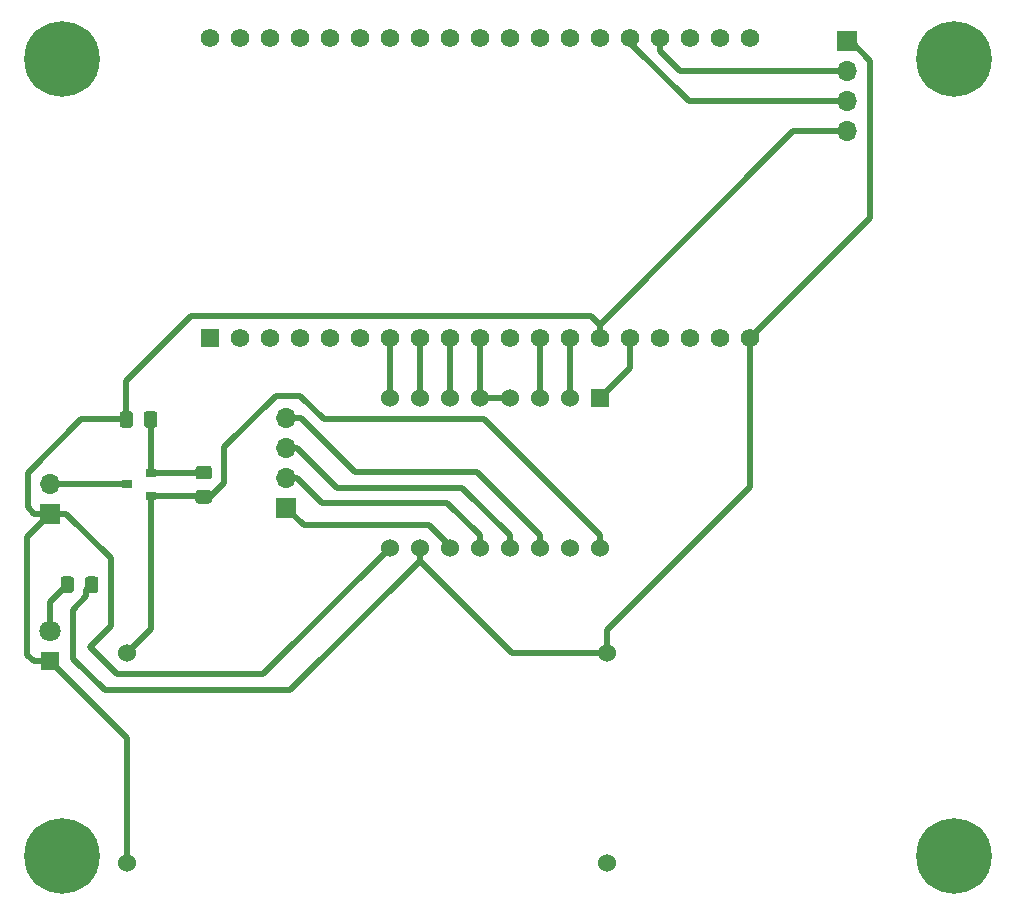
<source format=gbr>
G04 #@! TF.GenerationSoftware,KiCad,Pcbnew,5.1.6-c6e7f7d~87~ubuntu20.04.1*
G04 #@! TF.CreationDate,2020-09-19T22:30:09+02:00*
G04 #@! TF.ProjectId,ESP32Focuser,45535033-3246-46f6-9375-7365722e6b69,rev?*
G04 #@! TF.SameCoordinates,Original*
G04 #@! TF.FileFunction,Copper,L2,Bot*
G04 #@! TF.FilePolarity,Positive*
%FSLAX46Y46*%
G04 Gerber Fmt 4.6, Leading zero omitted, Abs format (unit mm)*
G04 Created by KiCad (PCBNEW 5.1.6-c6e7f7d~87~ubuntu20.04.1) date 2020-09-19 22:30:09*
%MOMM*%
%LPD*%
G01*
G04 APERTURE LIST*
G04 #@! TA.AperFunction,ComponentPad*
%ADD10C,1.800000*%
G04 #@! TD*
G04 #@! TA.AperFunction,ComponentPad*
%ADD11R,1.600000X1.600000*%
G04 #@! TD*
G04 #@! TA.AperFunction,ComponentPad*
%ADD12R,1.524000X1.524000*%
G04 #@! TD*
G04 #@! TA.AperFunction,ComponentPad*
%ADD13C,1.524000*%
G04 #@! TD*
G04 #@! TA.AperFunction,ComponentPad*
%ADD14R,1.700000X1.700000*%
G04 #@! TD*
G04 #@! TA.AperFunction,ComponentPad*
%ADD15O,1.700000X1.700000*%
G04 #@! TD*
G04 #@! TA.AperFunction,ComponentPad*
%ADD16R,1.560000X1.560000*%
G04 #@! TD*
G04 #@! TA.AperFunction,ComponentPad*
%ADD17C,1.560000*%
G04 #@! TD*
G04 #@! TA.AperFunction,SMDPad,CuDef*
%ADD18R,0.900000X0.800000*%
G04 #@! TD*
G04 #@! TA.AperFunction,ComponentPad*
%ADD19C,6.400000*%
G04 #@! TD*
G04 #@! TA.AperFunction,Conductor*
%ADD20C,0.500000*%
G04 #@! TD*
G04 APERTURE END LIST*
D10*
X20780000Y-79470000D03*
D11*
X20780000Y-82010000D03*
D12*
X67310000Y-59690000D03*
D13*
X64770000Y-59690000D03*
X62230000Y-59690000D03*
X59690000Y-59690000D03*
X57150000Y-59690000D03*
X54610000Y-59690000D03*
X52070000Y-59690000D03*
X49530000Y-59690000D03*
X49530000Y-72390000D03*
X52070000Y-72390000D03*
X54610000Y-72390000D03*
X57150000Y-72390000D03*
X59690000Y-72390000D03*
X62230000Y-72390000D03*
X64770000Y-72390000D03*
X67310000Y-72390000D03*
X27280000Y-81280000D03*
X27280000Y-99060000D03*
X67920000Y-99060000D03*
X67920000Y-81280000D03*
D14*
X88280000Y-29510000D03*
D15*
X88280000Y-32050000D03*
X88280000Y-34590000D03*
X88280000Y-37130000D03*
G04 #@! TA.AperFunction,SMDPad,CuDef*
G36*
G01*
X34230001Y-66585000D02*
X33329999Y-66585000D01*
G75*
G02*
X33080000Y-66335001I0J249999D01*
G01*
X33080000Y-65684999D01*
G75*
G02*
X33329999Y-65435000I249999J0D01*
G01*
X34230001Y-65435000D01*
G75*
G02*
X34480000Y-65684999I0J-249999D01*
G01*
X34480000Y-66335001D01*
G75*
G02*
X34230001Y-66585000I-249999J0D01*
G01*
G37*
G04 #@! TD.AperFunction*
G04 #@! TA.AperFunction,SMDPad,CuDef*
G36*
G01*
X34230001Y-68635000D02*
X33329999Y-68635000D01*
G75*
G02*
X33080000Y-68385001I0J249999D01*
G01*
X33080000Y-67734999D01*
G75*
G02*
X33329999Y-67485000I249999J0D01*
G01*
X34230001Y-67485000D01*
G75*
G02*
X34480000Y-67734999I0J-249999D01*
G01*
X34480000Y-68385001D01*
G75*
G02*
X34230001Y-68635000I-249999J0D01*
G01*
G37*
G04 #@! TD.AperFunction*
D16*
X34290000Y-54610000D03*
D17*
X36830000Y-54610000D03*
X80010000Y-54610000D03*
X39370000Y-54610000D03*
X41910000Y-54610000D03*
X44450000Y-54610000D03*
X46990000Y-54610000D03*
X49530000Y-54610000D03*
X52070000Y-54610000D03*
X54610000Y-54610000D03*
X57150000Y-54610000D03*
X59690000Y-54610000D03*
X62230000Y-54610000D03*
X64770000Y-54610000D03*
X67310000Y-54610000D03*
X69850000Y-54610000D03*
X72390000Y-54610000D03*
X74930000Y-54610000D03*
X77470000Y-54610000D03*
X34290000Y-29210000D03*
X36830000Y-29210000D03*
X39370000Y-29210000D03*
X41910000Y-29210000D03*
X44450000Y-29210000D03*
X46990000Y-29210000D03*
X49530000Y-29210000D03*
X52070000Y-29210000D03*
X54610000Y-29210000D03*
X57150000Y-29210000D03*
X59690000Y-29210000D03*
X62230000Y-29210000D03*
X64770000Y-29210000D03*
X67310000Y-29210000D03*
X69850000Y-29210000D03*
X72390000Y-29210000D03*
X74930000Y-29210000D03*
X77470000Y-29210000D03*
X80010000Y-29210000D03*
G04 #@! TA.AperFunction,SMDPad,CuDef*
G36*
G01*
X23705000Y-75960001D02*
X23705000Y-75059999D01*
G75*
G02*
X23954999Y-74810000I249999J0D01*
G01*
X24605001Y-74810000D01*
G75*
G02*
X24855000Y-75059999I0J-249999D01*
G01*
X24855000Y-75960001D01*
G75*
G02*
X24605001Y-76210000I-249999J0D01*
G01*
X23954999Y-76210000D01*
G75*
G02*
X23705000Y-75960001I0J249999D01*
G01*
G37*
G04 #@! TD.AperFunction*
G04 #@! TA.AperFunction,SMDPad,CuDef*
G36*
G01*
X21655000Y-75960001D02*
X21655000Y-75059999D01*
G75*
G02*
X21904999Y-74810000I249999J0D01*
G01*
X22555001Y-74810000D01*
G75*
G02*
X22805000Y-75059999I0J-249999D01*
G01*
X22805000Y-75960001D01*
G75*
G02*
X22555001Y-76210000I-249999J0D01*
G01*
X21904999Y-76210000D01*
G75*
G02*
X21655000Y-75960001I0J249999D01*
G01*
G37*
G04 #@! TD.AperFunction*
G04 #@! TA.AperFunction,SMDPad,CuDef*
G36*
G01*
X28705000Y-61960001D02*
X28705000Y-61059999D01*
G75*
G02*
X28954999Y-60810000I249999J0D01*
G01*
X29605001Y-60810000D01*
G75*
G02*
X29855000Y-61059999I0J-249999D01*
G01*
X29855000Y-61960001D01*
G75*
G02*
X29605001Y-62210000I-249999J0D01*
G01*
X28954999Y-62210000D01*
G75*
G02*
X28705000Y-61960001I0J249999D01*
G01*
G37*
G04 #@! TD.AperFunction*
G04 #@! TA.AperFunction,SMDPad,CuDef*
G36*
G01*
X26655000Y-61960001D02*
X26655000Y-61059999D01*
G75*
G02*
X26904999Y-60810000I249999J0D01*
G01*
X27555001Y-60810000D01*
G75*
G02*
X27805000Y-61059999I0J-249999D01*
G01*
X27805000Y-61960001D01*
G75*
G02*
X27555001Y-62210000I-249999J0D01*
G01*
X26904999Y-62210000D01*
G75*
G02*
X26655000Y-61960001I0J249999D01*
G01*
G37*
G04 #@! TD.AperFunction*
D18*
X27280000Y-67010000D03*
X29280000Y-67960000D03*
X29280000Y-66060000D03*
D19*
X97280000Y-31010000D03*
X97280000Y-98510000D03*
X21780000Y-98510000D03*
X21780000Y-31010000D03*
D14*
X20780000Y-69510000D03*
D15*
X20780000Y-66970000D03*
D14*
X40780000Y-69010000D03*
D15*
X40780000Y-66470000D03*
X40780000Y-63930000D03*
X40780000Y-61390000D03*
D20*
X27280000Y-88510000D02*
X27280000Y-99060000D01*
X20780000Y-82010000D02*
X27280000Y-88510000D01*
X18829999Y-71460001D02*
X20780000Y-69510000D01*
X19380000Y-82010000D02*
X18829999Y-81459999D01*
X18829999Y-81459999D02*
X18829999Y-71460001D01*
X20780000Y-82010000D02*
X19380000Y-82010000D01*
X18879999Y-66057999D02*
X23427998Y-61510000D01*
X23427998Y-61510000D02*
X27230000Y-61510000D01*
X18879999Y-68959999D02*
X18879999Y-66057999D01*
X19430000Y-69510000D02*
X18879999Y-68959999D01*
X20780000Y-69510000D02*
X19430000Y-69510000D01*
X22130000Y-69510000D02*
X20780000Y-69510000D01*
X25905010Y-73285010D02*
X22130000Y-69510000D01*
X25905010Y-79036752D02*
X25905010Y-73285010D01*
X24130000Y-80811762D02*
X25905010Y-79036752D01*
X26410239Y-83092001D02*
X24130000Y-80811762D01*
X38827999Y-83092001D02*
X26410239Y-83092001D01*
X49530000Y-72390000D02*
X38827999Y-83092001D01*
X66583085Y-52779999D02*
X32669999Y-52779999D01*
X32669999Y-52779999D02*
X27230000Y-58219998D01*
X67310000Y-53506914D02*
X66583085Y-52779999D01*
X27230000Y-58219998D02*
X27230000Y-61510000D01*
X83686914Y-37130000D02*
X88280000Y-37130000D01*
X67310000Y-53506914D02*
X83686914Y-37130000D01*
X67310000Y-54610000D02*
X67310000Y-53506914D01*
X33680000Y-67960000D02*
X33780000Y-68060000D01*
X29280000Y-67960000D02*
X33680000Y-67960000D01*
X29280000Y-79280000D02*
X27280000Y-81280000D01*
X29280000Y-67960000D02*
X29280000Y-79280000D01*
X35530010Y-66873484D02*
X34343494Y-68060000D01*
X35530010Y-63827988D02*
X35530010Y-66873484D01*
X39867999Y-59489999D02*
X35530010Y-63827988D01*
X41920570Y-59489999D02*
X39867999Y-59489999D01*
X43932572Y-61502001D02*
X41920570Y-59489999D01*
X34343494Y-68060000D02*
X33780000Y-68060000D01*
X57499631Y-61502001D02*
X43932572Y-61502001D01*
X67310000Y-71312370D02*
X57499631Y-61502001D01*
X67310000Y-72390000D02*
X67310000Y-71312370D01*
X42255000Y-70485000D02*
X40780000Y-69010000D01*
X54610000Y-72248238D02*
X52846762Y-70485000D01*
X52846762Y-70485000D02*
X42255000Y-70485000D01*
X54610000Y-72390000D02*
X54610000Y-72248238D01*
X41290002Y-66470000D02*
X40780000Y-66470000D01*
X57150000Y-71312370D02*
X54417630Y-68580000D01*
X57150000Y-72390000D02*
X57150000Y-71312370D01*
X54417630Y-68580000D02*
X43815000Y-68580000D01*
X41705000Y-66470000D02*
X40780000Y-66470000D01*
X43815000Y-68580000D02*
X41705000Y-66470000D01*
X41705000Y-63930000D02*
X40780000Y-63930000D01*
X45054990Y-67279990D02*
X41705000Y-63930000D01*
X55657620Y-67279990D02*
X45054990Y-67279990D01*
X59690000Y-71312370D02*
X55657620Y-67279990D01*
X59690000Y-72390000D02*
X59690000Y-71312370D01*
X40892001Y-61502001D02*
X40780000Y-61390000D01*
X62230000Y-71312370D02*
X56897610Y-65979980D01*
X62230000Y-72390000D02*
X62230000Y-71312370D01*
X41982081Y-61390000D02*
X40780000Y-61390000D01*
X46572061Y-65979980D02*
X41982081Y-61390000D01*
X56897610Y-65979980D02*
X46572061Y-65979980D01*
X52372238Y-72390000D02*
X52070000Y-72390000D01*
X23855010Y-76498484D02*
X23855010Y-75934990D01*
X22730001Y-81785001D02*
X22730001Y-77623493D01*
X25400000Y-84455000D02*
X22730001Y-81785001D01*
X22730001Y-77623493D02*
X23855010Y-76498484D01*
X41082630Y-84455000D02*
X25400000Y-84455000D01*
X52070000Y-73467630D02*
X41082630Y-84455000D01*
X23855010Y-75934990D02*
X24280000Y-75510000D01*
X67920000Y-79349707D02*
X67920000Y-81280000D01*
X80010000Y-67259707D02*
X67920000Y-79349707D01*
X80010000Y-54610000D02*
X80010000Y-67259707D01*
X52070000Y-73467630D02*
X52070000Y-72390000D01*
X59882370Y-81280000D02*
X52070000Y-73467630D01*
X67920000Y-81280000D02*
X59882370Y-81280000D01*
X88552002Y-29510000D02*
X88280000Y-29510000D01*
X90180001Y-31137999D02*
X88552002Y-29510000D01*
X90180001Y-44439999D02*
X90180001Y-31137999D01*
X80010000Y-54610000D02*
X90180001Y-44439999D01*
X49530000Y-54610000D02*
X49530000Y-59690000D01*
X52070000Y-54610000D02*
X52070000Y-59690000D01*
X62230000Y-59690000D02*
X62230000Y-54610000D01*
X64770000Y-54610000D02*
X64770000Y-59690000D01*
X69850000Y-57150000D02*
X67310000Y-59690000D01*
X69850000Y-54610000D02*
X69850000Y-57150000D01*
X72390000Y-30313086D02*
X72390000Y-29210000D01*
X74126914Y-32050000D02*
X72390000Y-30313086D01*
X88280000Y-32050000D02*
X74126914Y-32050000D01*
X69850000Y-29611576D02*
X69850000Y-29210000D01*
X74828424Y-34590000D02*
X69850000Y-29611576D01*
X88280000Y-34590000D02*
X74828424Y-34590000D01*
X20780000Y-76960000D02*
X22230000Y-75510000D01*
X20780000Y-79470000D02*
X20780000Y-76960000D01*
X20820000Y-67010000D02*
X20780000Y-66970000D01*
X27280000Y-67010000D02*
X20820000Y-67010000D01*
X33730000Y-66060000D02*
X33780000Y-66010000D01*
X29280000Y-66060000D02*
X33730000Y-66060000D01*
X29280000Y-66060000D02*
X29280000Y-61510000D01*
X54610000Y-54610000D02*
X54610000Y-59690000D01*
X57150000Y-54610000D02*
X57150000Y-59690000D01*
X57150000Y-59690000D02*
X59690000Y-59690000D01*
M02*

</source>
